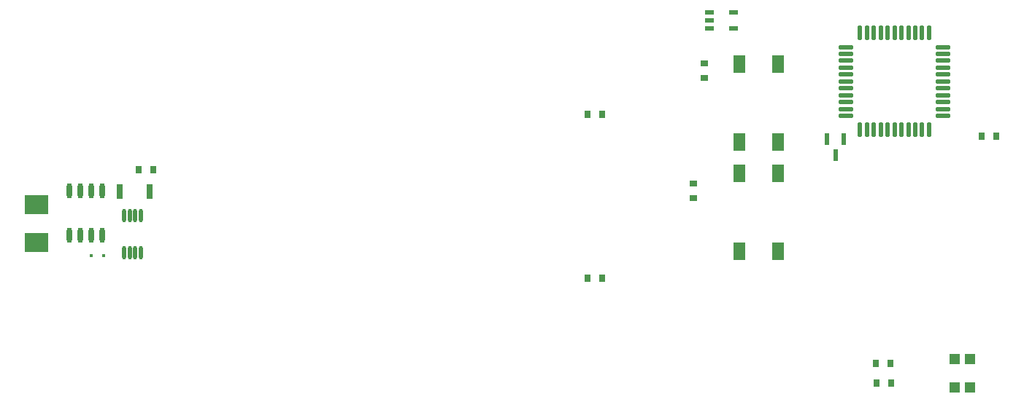
<source format=gtp>
G04 Layer_Color=8421504*
%FSLAX24Y24*%
%MOIN*%
G70*
G01*
G75*
%ADD10R,0.0157X0.0157*%
%ADD11R,0.0236X0.0551*%
%ADD12O,0.0236X0.0709*%
%ADD13R,0.0374X0.0315*%
%ADD14R,0.0315X0.0374*%
%ADD15R,0.0551X0.0827*%
%ADD16R,0.0433X0.0236*%
%ADD17O,0.0217X0.0689*%
%ADD18O,0.0689X0.0217*%
%ADD19O,0.0177X0.0630*%
%ADD20R,0.1080X0.0850*%
%ADD21R,0.0256X0.0689*%
%ADD22R,0.0492X0.0472*%
D10*
X4576Y13013D02*
D03*
X4024D02*
D03*
D11*
X38000Y17626D02*
D03*
X37626Y18374D02*
D03*
X38374D02*
D03*
D12*
X3000Y13953D02*
D03*
X3500D02*
D03*
X4000D02*
D03*
X4500D02*
D03*
X3000Y16000D02*
D03*
X3500D02*
D03*
X4000D02*
D03*
X4500D02*
D03*
D13*
X31500Y15665D02*
D03*
Y16335D02*
D03*
X32000Y21165D02*
D03*
Y21835D02*
D03*
D14*
X45335Y18500D02*
D03*
X44665D02*
D03*
X6835Y16965D02*
D03*
X6165D02*
D03*
X26665Y12000D02*
D03*
X27335D02*
D03*
X26665Y19500D02*
D03*
X27335D02*
D03*
X39831Y8100D02*
D03*
X40500D02*
D03*
X39865Y7200D02*
D03*
X40535D02*
D03*
D15*
X35382Y16791D02*
D03*
X33618D02*
D03*
Y13209D02*
D03*
X35382D02*
D03*
X33618Y18209D02*
D03*
X35382D02*
D03*
Y21791D02*
D03*
X33618D02*
D03*
D16*
X33351Y23426D02*
D03*
Y24174D02*
D03*
X32249D02*
D03*
Y23800D02*
D03*
Y23426D02*
D03*
D17*
X39125Y18776D02*
D03*
X39440D02*
D03*
X39755D02*
D03*
X40070D02*
D03*
X40385D02*
D03*
X40700D02*
D03*
X41015D02*
D03*
X41330D02*
D03*
X41645D02*
D03*
X41960D02*
D03*
X42275D02*
D03*
Y23224D02*
D03*
X41960D02*
D03*
X41645D02*
D03*
X41330D02*
D03*
X41015D02*
D03*
X40700D02*
D03*
X40385D02*
D03*
X40070D02*
D03*
X39755D02*
D03*
X39440D02*
D03*
X39125D02*
D03*
D18*
X42924Y19425D02*
D03*
Y19740D02*
D03*
Y20055D02*
D03*
Y20370D02*
D03*
Y20685D02*
D03*
Y21000D02*
D03*
Y21315D02*
D03*
Y21630D02*
D03*
Y21945D02*
D03*
Y22260D02*
D03*
Y22575D02*
D03*
X38476D02*
D03*
Y22260D02*
D03*
Y21945D02*
D03*
Y21630D02*
D03*
Y21315D02*
D03*
Y21000D02*
D03*
Y20685D02*
D03*
Y20370D02*
D03*
Y20055D02*
D03*
Y19740D02*
D03*
Y19425D02*
D03*
D19*
X5516Y13166D02*
D03*
X5772D02*
D03*
X6028D02*
D03*
X6284D02*
D03*
X5516Y14859D02*
D03*
X5772D02*
D03*
X6028D02*
D03*
X6284D02*
D03*
D20*
X1500Y13630D02*
D03*
Y15370D02*
D03*
D21*
X6679Y15965D02*
D03*
X5321D02*
D03*
D22*
X43456Y7000D02*
D03*
X44144D02*
D03*
X43456Y8300D02*
D03*
X44144D02*
D03*
M02*

</source>
